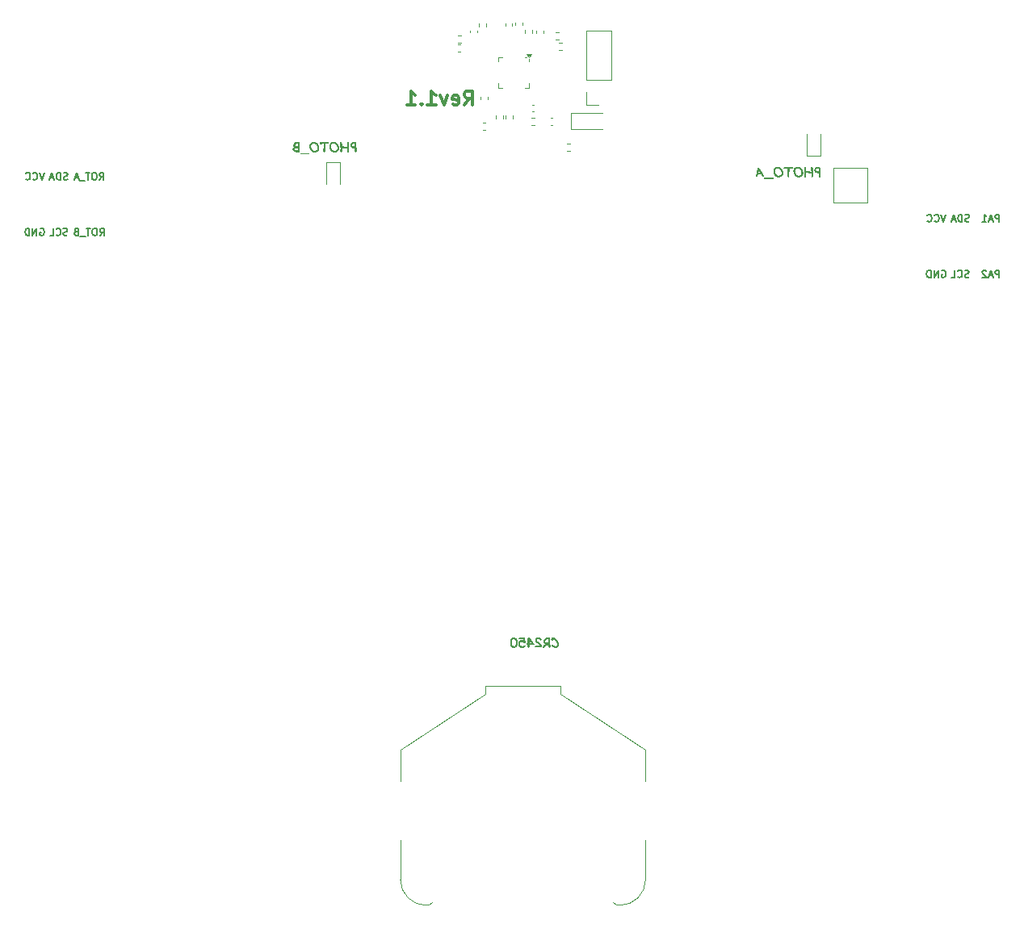
<source format=gbr>
%TF.GenerationSoftware,KiCad,Pcbnew,8.0.8*%
%TF.CreationDate,2025-02-28T00:57:09-06:00*%
%TF.ProjectId,B-Sides 2025,422d5369-6465-4732-9032-3032352e6b69,rev?*%
%TF.SameCoordinates,Original*%
%TF.FileFunction,Legend,Bot*%
%TF.FilePolarity,Positive*%
%FSLAX46Y46*%
G04 Gerber Fmt 4.6, Leading zero omitted, Abs format (unit mm)*
G04 Created by KiCad (PCBNEW 8.0.8) date 2025-02-28 00:57:09*
%MOMM*%
%LPD*%
G01*
G04 APERTURE LIST*
%ADD10C,0.300000*%
%ADD11C,0.250000*%
%ADD12C,0.150000*%
%ADD13C,0.120000*%
G04 APERTURE END LIST*
D10*
X103248346Y-61780828D02*
X103748346Y-61066542D01*
X104105489Y-61780828D02*
X104105489Y-60280828D01*
X104105489Y-60280828D02*
X103534060Y-60280828D01*
X103534060Y-60280828D02*
X103391203Y-60352257D01*
X103391203Y-60352257D02*
X103319774Y-60423685D01*
X103319774Y-60423685D02*
X103248346Y-60566542D01*
X103248346Y-60566542D02*
X103248346Y-60780828D01*
X103248346Y-60780828D02*
X103319774Y-60923685D01*
X103319774Y-60923685D02*
X103391203Y-60995114D01*
X103391203Y-60995114D02*
X103534060Y-61066542D01*
X103534060Y-61066542D02*
X104105489Y-61066542D01*
X102034060Y-61709400D02*
X102176917Y-61780828D01*
X102176917Y-61780828D02*
X102462632Y-61780828D01*
X102462632Y-61780828D02*
X102605489Y-61709400D01*
X102605489Y-61709400D02*
X102676917Y-61566542D01*
X102676917Y-61566542D02*
X102676917Y-60995114D01*
X102676917Y-60995114D02*
X102605489Y-60852257D01*
X102605489Y-60852257D02*
X102462632Y-60780828D01*
X102462632Y-60780828D02*
X102176917Y-60780828D01*
X102176917Y-60780828D02*
X102034060Y-60852257D01*
X102034060Y-60852257D02*
X101962632Y-60995114D01*
X101962632Y-60995114D02*
X101962632Y-61137971D01*
X101962632Y-61137971D02*
X102676917Y-61280828D01*
X101462632Y-60780828D02*
X101105489Y-61780828D01*
X101105489Y-61780828D02*
X100748346Y-60780828D01*
X99391203Y-61780828D02*
X100248346Y-61780828D01*
X99819775Y-61780828D02*
X99819775Y-60280828D01*
X99819775Y-60280828D02*
X99962632Y-60495114D01*
X99962632Y-60495114D02*
X100105489Y-60637971D01*
X100105489Y-60637971D02*
X100248346Y-60709400D01*
X98748347Y-61637971D02*
X98676918Y-61709400D01*
X98676918Y-61709400D02*
X98748347Y-61780828D01*
X98748347Y-61780828D02*
X98819775Y-61709400D01*
X98819775Y-61709400D02*
X98748347Y-61637971D01*
X98748347Y-61637971D02*
X98748347Y-61780828D01*
X97248346Y-61780828D02*
X98105489Y-61780828D01*
X97676918Y-61780828D02*
X97676918Y-60280828D01*
X97676918Y-60280828D02*
X97819775Y-60495114D01*
X97819775Y-60495114D02*
X97962632Y-60637971D01*
X97962632Y-60637971D02*
X98105489Y-60709400D01*
D11*
G36*
X140367614Y-68247752D02*
G01*
X140416503Y-68250230D01*
X140431347Y-68251449D01*
X140480983Y-68259511D01*
X140498799Y-68259725D01*
X140545625Y-68284035D01*
X140569175Y-68329620D01*
X140578723Y-68379057D01*
X140581367Y-68430237D01*
X140582272Y-68481019D01*
X140583978Y-68532750D01*
X140586056Y-68581645D01*
X140588729Y-68635800D01*
X140591999Y-68695214D01*
X140595045Y-68746531D01*
X140597489Y-68784741D01*
X140601029Y-68844427D01*
X140603901Y-68899116D01*
X140606465Y-68958146D01*
X140608068Y-69009981D01*
X140608722Y-69061360D01*
X140608722Y-69252847D01*
X140607120Y-69270386D01*
X140583077Y-69315129D01*
X140565608Y-69328910D01*
X140518108Y-69341263D01*
X140497208Y-69339079D01*
X140453628Y-69313663D01*
X140440233Y-69295364D01*
X140428227Y-69247718D01*
X140428223Y-69233343D01*
X140428126Y-69178398D01*
X140427899Y-69127536D01*
X140427432Y-69069702D01*
X140426763Y-69018247D01*
X140425693Y-68964924D01*
X140424075Y-68914326D01*
X140415766Y-68915199D01*
X140366434Y-68919211D01*
X140324374Y-68917833D01*
X140273893Y-68912236D01*
X140225737Y-68902334D01*
X140171020Y-68884769D01*
X140119652Y-68861004D01*
X140071632Y-68831039D01*
X140031455Y-68797976D01*
X139998088Y-68761525D01*
X139967035Y-68713314D01*
X139945789Y-68660226D01*
X139935575Y-68612260D01*
X139932300Y-68562861D01*
X140112909Y-68562861D01*
X140121827Y-68612512D01*
X140148581Y-68655005D01*
X140188381Y-68687424D01*
X140216221Y-68702448D01*
X140262780Y-68719156D01*
X140315097Y-68728869D01*
X140366434Y-68731632D01*
X140413084Y-68726748D01*
X140409048Y-68676859D01*
X140405251Y-68625211D01*
X140402114Y-68574828D01*
X140399895Y-68520607D01*
X140399478Y-68485305D01*
X140399162Y-68436343D01*
X140370830Y-68434877D01*
X140331995Y-68434633D01*
X140282965Y-68438354D01*
X140231788Y-68451042D01*
X140183496Y-68472735D01*
X140170881Y-68480209D01*
X140130556Y-68514928D01*
X140112909Y-68562861D01*
X139932300Y-68562861D01*
X139932170Y-68560907D01*
X139932298Y-68552490D01*
X139938446Y-68503672D01*
X139957274Y-68450364D01*
X139983404Y-68407797D01*
X140018755Y-68368115D01*
X140063328Y-68331318D01*
X140078169Y-68321115D01*
X140123458Y-68294453D01*
X140169897Y-68273716D01*
X140217487Y-68258904D01*
X140266228Y-68250017D01*
X140316120Y-68247055D01*
X140367614Y-68247752D01*
G37*
G36*
X138873377Y-68357208D02*
G01*
X138884240Y-68406754D01*
X138887299Y-68444403D01*
X138890291Y-68494251D01*
X138891207Y-68503998D01*
X138894695Y-68553914D01*
X138894870Y-68563349D01*
X138895679Y-68615826D01*
X138897542Y-68669881D01*
X138899739Y-68718843D01*
X138901709Y-68757522D01*
X138904374Y-68810702D01*
X138906618Y-68864065D01*
X138908121Y-68914647D01*
X138908548Y-68951207D01*
X138907298Y-69000270D01*
X138904637Y-69049147D01*
X138900976Y-69101416D01*
X138897316Y-69153548D01*
X138894470Y-69206612D01*
X138893405Y-69251137D01*
X138907284Y-69299501D01*
X138920272Y-69315129D01*
X138963111Y-69338710D01*
X138986706Y-69341263D01*
X139035187Y-69330323D01*
X139056803Y-69315861D01*
X139084019Y-69273543D01*
X139086357Y-69253824D01*
X139087245Y-69200950D01*
X139088967Y-69151562D01*
X139090997Y-69105080D01*
X139093123Y-69053242D01*
X139094776Y-69000590D01*
X139095394Y-68956580D01*
X139094701Y-68907454D01*
X139093928Y-68887948D01*
X139143578Y-68891065D01*
X139198066Y-68896356D01*
X139248622Y-68902622D01*
X139302732Y-68910484D01*
X139360397Y-68919944D01*
X139409856Y-68928487D01*
X139459316Y-68937083D01*
X139508775Y-68945729D01*
X139558234Y-68954428D01*
X139607693Y-68963178D01*
X139624180Y-68966106D01*
X139626771Y-69015273D01*
X139630225Y-69064016D01*
X139633949Y-69111186D01*
X139637556Y-69163884D01*
X139639980Y-69214524D01*
X139640788Y-69257487D01*
X139655901Y-69304061D01*
X139667655Y-69316838D01*
X139712738Y-69339331D01*
X139734089Y-69341263D01*
X139782932Y-69329257D01*
X139801011Y-69315861D01*
X139825528Y-69273417D01*
X139827634Y-69253579D01*
X139826220Y-69199326D01*
X139823415Y-69149936D01*
X139819733Y-69099857D01*
X139815666Y-69051835D01*
X139811003Y-68996266D01*
X139807485Y-68947102D01*
X139804645Y-68893303D01*
X139803698Y-68850090D01*
X139803370Y-68795048D01*
X139802660Y-68742807D01*
X139801736Y-68691461D01*
X139800519Y-68634054D01*
X139799546Y-68592414D01*
X139798350Y-68540721D01*
X139797182Y-68484278D01*
X139796306Y-68433932D01*
X139795653Y-68382899D01*
X139795394Y-68334738D01*
X139781641Y-68287652D01*
X139768771Y-68272456D01*
X139725596Y-68249535D01*
X139701849Y-68247055D01*
X139653342Y-68259292D01*
X139635415Y-68272944D01*
X139610673Y-68315740D01*
X139608548Y-68335715D01*
X139609193Y-68386133D01*
X139610567Y-68436546D01*
X139612456Y-68490565D01*
X139614227Y-68544465D01*
X139615515Y-68594793D01*
X139616120Y-68645170D01*
X139619423Y-68695866D01*
X139620760Y-68710139D01*
X139624106Y-68759757D01*
X139624180Y-68778527D01*
X139360397Y-68730900D01*
X139303923Y-68721715D01*
X139250454Y-68714127D01*
X139199990Y-68708136D01*
X139144914Y-68703166D01*
X139093928Y-68700369D01*
X139091648Y-68650446D01*
X139089747Y-68599562D01*
X139087838Y-68544115D01*
X139086050Y-68489566D01*
X139084891Y-68453196D01*
X139078119Y-68403828D01*
X139063236Y-68356750D01*
X139052651Y-68331563D01*
X139027659Y-68286998D01*
X138989224Y-68252336D01*
X138965457Y-68247055D01*
X138917433Y-68259546D01*
X138900976Y-68271235D01*
X138873648Y-68313287D01*
X138870690Y-68336448D01*
X138873377Y-68357208D01*
G37*
G36*
X138244323Y-68247271D02*
G01*
X138304668Y-68252469D01*
X138362349Y-68264597D01*
X138417367Y-68283656D01*
X138469721Y-68309645D01*
X138519411Y-68342564D01*
X138566437Y-68382414D01*
X138610800Y-68429194D01*
X138642323Y-68468827D01*
X138676613Y-68518821D01*
X138706330Y-68570127D01*
X138731476Y-68622746D01*
X138752049Y-68676678D01*
X138768051Y-68731922D01*
X138779481Y-68788480D01*
X138786339Y-68846350D01*
X138788625Y-68905533D01*
X138788029Y-68930671D01*
X138781332Y-68990945D01*
X138767192Y-69047545D01*
X138745611Y-69100473D01*
X138716588Y-69149727D01*
X138680124Y-69195307D01*
X138636217Y-69237215D01*
X138608894Y-69258603D01*
X138560990Y-69289575D01*
X138510129Y-69314703D01*
X138456309Y-69333987D01*
X138399533Y-69347427D01*
X138339798Y-69355024D01*
X138289881Y-69356894D01*
X138274357Y-69356675D01*
X138214107Y-69351408D01*
X138156811Y-69339120D01*
X138102469Y-69319809D01*
X138051081Y-69293477D01*
X138002646Y-69260122D01*
X137957166Y-69219746D01*
X137914639Y-69172348D01*
X137884682Y-69132191D01*
X137853140Y-69082884D01*
X137825804Y-69032173D01*
X137802674Y-68980058D01*
X137783749Y-68926538D01*
X137769029Y-68871614D01*
X137758515Y-68815286D01*
X137752207Y-68757553D01*
X137750104Y-68698415D01*
X137750129Y-68697438D01*
X137945010Y-68697438D01*
X137945373Y-68719605D01*
X137949451Y-68773704D01*
X137958062Y-68825918D01*
X137971204Y-68876248D01*
X137988878Y-68924693D01*
X138011084Y-68971254D01*
X138037822Y-69015931D01*
X138057178Y-69043343D01*
X138091403Y-69083037D01*
X138135716Y-69120784D01*
X138183567Y-69147746D01*
X138234955Y-69163923D01*
X138289881Y-69169316D01*
X138305919Y-69169038D01*
X138359317Y-69163694D01*
X138408461Y-69151547D01*
X138459416Y-69129336D01*
X138504815Y-69098241D01*
X138510269Y-69093588D01*
X138547673Y-69053253D01*
X138573994Y-69007393D01*
X138589232Y-68956006D01*
X138593475Y-68906510D01*
X138593075Y-68884773D01*
X138588578Y-68831497D01*
X138579083Y-68779748D01*
X138564592Y-68729526D01*
X138545104Y-68680830D01*
X138520619Y-68633661D01*
X138491137Y-68588018D01*
X138463156Y-68552068D01*
X138426248Y-68513872D01*
X138387193Y-68483165D01*
X138337493Y-68456203D01*
X138284702Y-68440026D01*
X138228820Y-68434633D01*
X138209502Y-68434850D01*
X138156036Y-68438098D01*
X138102167Y-68446815D01*
X138051822Y-68463275D01*
X138009490Y-68490076D01*
X138001682Y-68497698D01*
X137972779Y-68540806D01*
X137955652Y-68591223D01*
X137947277Y-68644679D01*
X137945010Y-68697438D01*
X137750129Y-68697438D01*
X137751156Y-68657051D01*
X137755831Y-68604996D01*
X137766934Y-68544909D01*
X137783881Y-68490355D01*
X137806671Y-68441335D01*
X137835305Y-68397848D01*
X137869783Y-68359895D01*
X137910040Y-68327387D01*
X137956165Y-68300389D01*
X138008157Y-68278901D01*
X138066017Y-68262923D01*
X138116530Y-68254107D01*
X138170797Y-68248818D01*
X138228820Y-68247055D01*
X138244323Y-68247271D01*
G37*
G36*
X136821981Y-68481528D02*
G01*
X136875317Y-68480157D01*
X136929785Y-68477238D01*
X136981775Y-68473734D01*
X136988799Y-68473224D01*
X137040273Y-68469743D01*
X137090445Y-68467141D01*
X137140642Y-68465850D01*
X137155861Y-68465896D01*
X137153307Y-68521673D01*
X137149877Y-68578920D01*
X137145933Y-68637644D01*
X137141938Y-68693389D01*
X137138278Y-68742442D01*
X137137299Y-68755324D01*
X137133147Y-68810919D01*
X137129700Y-68862757D01*
X137126491Y-68920005D01*
X137124296Y-68971842D01*
X137123015Y-69025483D01*
X137122889Y-69046217D01*
X137120141Y-69095814D01*
X137118004Y-69118269D01*
X137113806Y-69168644D01*
X137113119Y-69190076D01*
X137118614Y-69240879D01*
X137135101Y-69286308D01*
X137166746Y-69325753D01*
X137215457Y-69341263D01*
X137263355Y-69329487D01*
X137282379Y-69316350D01*
X137310085Y-69275802D01*
X137314619Y-69246252D01*
X137311200Y-69215966D01*
X137307536Y-69184703D01*
X137309172Y-69133751D01*
X137312177Y-69085296D01*
X137315182Y-69033311D01*
X137316573Y-68985157D01*
X137317474Y-68932934D01*
X137319739Y-68880303D01*
X137322779Y-68830036D01*
X137326832Y-68775013D01*
X137330983Y-68725526D01*
X137335834Y-68669600D01*
X137340004Y-68619362D01*
X137344112Y-68566585D01*
X137347666Y-68515366D01*
X137350279Y-68465896D01*
X137385938Y-68465896D01*
X137441150Y-68465347D01*
X137491932Y-68463698D01*
X137545577Y-68460385D01*
X137599501Y-68454768D01*
X137629204Y-68450265D01*
X137675641Y-68428386D01*
X137702729Y-68383673D01*
X137705408Y-68358185D01*
X137692664Y-68310359D01*
X137680739Y-68293705D01*
X137640143Y-68266156D01*
X137605024Y-68262686D01*
X137554988Y-68267150D01*
X137506263Y-68272489D01*
X137495847Y-68273677D01*
X137444952Y-68278421D01*
X137394042Y-68280940D01*
X137385938Y-68281004D01*
X137333609Y-68280699D01*
X137280818Y-68280069D01*
X137260642Y-68279783D01*
X137208120Y-68278949D01*
X137158701Y-68278409D01*
X137135101Y-68278318D01*
X137084165Y-68278318D01*
X137033189Y-68278318D01*
X136978541Y-68278318D01*
X136929555Y-68278318D01*
X136877553Y-68278318D01*
X136828689Y-68278318D01*
X136821981Y-68278318D01*
X136773591Y-68290940D01*
X136752861Y-68307627D01*
X136728307Y-68351665D01*
X136725017Y-68379434D01*
X136735893Y-68427806D01*
X136752861Y-68451974D01*
X136795191Y-68478036D01*
X136821981Y-68481528D01*
G37*
G36*
X136152627Y-68247271D02*
G01*
X136212972Y-68252469D01*
X136270653Y-68264597D01*
X136325671Y-68283656D01*
X136378025Y-68309645D01*
X136427715Y-68342564D01*
X136474741Y-68382414D01*
X136519104Y-68429194D01*
X136550628Y-68468827D01*
X136584917Y-68518821D01*
X136614634Y-68570127D01*
X136639780Y-68622746D01*
X136660354Y-68676678D01*
X136676355Y-68731922D01*
X136687785Y-68788480D01*
X136694643Y-68846350D01*
X136696929Y-68905533D01*
X136696334Y-68930671D01*
X136689636Y-68990945D01*
X136675497Y-69047545D01*
X136653916Y-69100473D01*
X136624893Y-69149727D01*
X136588428Y-69195307D01*
X136544521Y-69237215D01*
X136517199Y-69258603D01*
X136469295Y-69289575D01*
X136418433Y-69314703D01*
X136364614Y-69333987D01*
X136307837Y-69347427D01*
X136248102Y-69355024D01*
X136198185Y-69356894D01*
X136182661Y-69356675D01*
X136122411Y-69351408D01*
X136065115Y-69339120D01*
X136010773Y-69319809D01*
X135959385Y-69293477D01*
X135910951Y-69260122D01*
X135865470Y-69219746D01*
X135822943Y-69172348D01*
X135792986Y-69132191D01*
X135761445Y-69082884D01*
X135734108Y-69032173D01*
X135710978Y-68980058D01*
X135692053Y-68926538D01*
X135677333Y-68871614D01*
X135666820Y-68815286D01*
X135660511Y-68757553D01*
X135658408Y-68698415D01*
X135658433Y-68697438D01*
X135853314Y-68697438D01*
X135853677Y-68719605D01*
X135857755Y-68773704D01*
X135866366Y-68825918D01*
X135879508Y-68876248D01*
X135897183Y-68924693D01*
X135919389Y-68971254D01*
X135946127Y-69015931D01*
X135965482Y-69043343D01*
X135999707Y-69083037D01*
X136044020Y-69120784D01*
X136091871Y-69147746D01*
X136143259Y-69163923D01*
X136198185Y-69169316D01*
X136214223Y-69169038D01*
X136267621Y-69163694D01*
X136316765Y-69151547D01*
X136367720Y-69129336D01*
X136413119Y-69098241D01*
X136418574Y-69093588D01*
X136455977Y-69053253D01*
X136482298Y-69007393D01*
X136497536Y-68956006D01*
X136501779Y-68906510D01*
X136501379Y-68884773D01*
X136496882Y-68831497D01*
X136487388Y-68779748D01*
X136472897Y-68729526D01*
X136453408Y-68680830D01*
X136428923Y-68633661D01*
X136399441Y-68588018D01*
X136371460Y-68552068D01*
X136334552Y-68513872D01*
X136295497Y-68483165D01*
X136245797Y-68456203D01*
X136193006Y-68440026D01*
X136137124Y-68434633D01*
X136117806Y-68434850D01*
X136064340Y-68438098D01*
X136010471Y-68446815D01*
X135960127Y-68463275D01*
X135917794Y-68490076D01*
X135909986Y-68497698D01*
X135881083Y-68540806D01*
X135863956Y-68591223D01*
X135855581Y-68644679D01*
X135853314Y-68697438D01*
X135658433Y-68697438D01*
X135659460Y-68657051D01*
X135664135Y-68604996D01*
X135675238Y-68544909D01*
X135692185Y-68490355D01*
X135714975Y-68441335D01*
X135743610Y-68397848D01*
X135778087Y-68359895D01*
X135818345Y-68327387D01*
X135864469Y-68300389D01*
X135916461Y-68278901D01*
X135974321Y-68262923D01*
X136024834Y-68254107D01*
X136079101Y-68248818D01*
X136137124Y-68247055D01*
X136152627Y-68247271D01*
G37*
G36*
X135672086Y-69544473D02*
G01*
X135672086Y-69419420D01*
X134684368Y-69419420D01*
X134684368Y-69544473D01*
X135672086Y-69544473D01*
G37*
G36*
X134108961Y-68300312D02*
G01*
X134147414Y-68336960D01*
X134179819Y-68376407D01*
X134210380Y-68417127D01*
X134245063Y-68465991D01*
X134273780Y-68507983D01*
X134304815Y-68554556D01*
X134334387Y-68599676D01*
X134363265Y-68644422D01*
X134391448Y-68688795D01*
X134418937Y-68732793D01*
X134445731Y-68776417D01*
X134471831Y-68819667D01*
X134497236Y-68862543D01*
X134521946Y-68905045D01*
X134555954Y-68918054D01*
X134588625Y-68956580D01*
X134580321Y-68996392D01*
X134598260Y-69032929D01*
X134624238Y-69087281D01*
X134645315Y-69133451D01*
X134666588Y-69184344D01*
X134680704Y-69234284D01*
X134677771Y-69257807D01*
X134650662Y-69299986D01*
X134630994Y-69313510D01*
X134582519Y-69325631D01*
X134534830Y-69313785D01*
X134498743Y-69278248D01*
X134479876Y-69242940D01*
X134454322Y-69194270D01*
X134432065Y-69150753D01*
X134410266Y-69106495D01*
X134388834Y-69059895D01*
X134373573Y-69056292D01*
X134323457Y-69047015D01*
X134273567Y-69040111D01*
X134222505Y-69034494D01*
X134208317Y-69033150D01*
X134156621Y-69027777D01*
X134108134Y-69021732D01*
X134056175Y-69013000D01*
X134046097Y-69051526D01*
X134031512Y-69100222D01*
X134013533Y-69151355D01*
X133993893Y-69198625D01*
X133983596Y-69220990D01*
X133959618Y-69264761D01*
X133928893Y-69303727D01*
X133884717Y-69325631D01*
X133861843Y-69323804D01*
X133817062Y-69300474D01*
X133801219Y-69282442D01*
X133787020Y-69234040D01*
X133794825Y-69191519D01*
X133811688Y-69145624D01*
X133829508Y-69102908D01*
X133846859Y-69055498D01*
X133861655Y-68992888D01*
X133875878Y-68932064D01*
X133889529Y-68873026D01*
X133893262Y-68856685D01*
X134095498Y-68856685D01*
X134142553Y-68860196D01*
X134192219Y-68863035D01*
X134239679Y-68866216D01*
X134288450Y-68872316D01*
X134276854Y-68852973D01*
X134249239Y-68806870D01*
X134223592Y-68763987D01*
X134195414Y-68716778D01*
X134166120Y-68667560D01*
X134140683Y-68624654D01*
X134135389Y-68650972D01*
X134125457Y-68700775D01*
X134114977Y-68754103D01*
X134105689Y-68802288D01*
X134095498Y-68856685D01*
X133893262Y-68856685D01*
X133902608Y-68815774D01*
X133915114Y-68760308D01*
X133927047Y-68706628D01*
X133938408Y-68654734D01*
X133949197Y-68604626D01*
X133951029Y-68595539D01*
X133961367Y-68544030D01*
X133972017Y-68490470D01*
X133982329Y-68437874D01*
X133992428Y-68385052D01*
X134008258Y-68345194D01*
X134043738Y-68306761D01*
X134093300Y-68293949D01*
X134108961Y-68300312D01*
G37*
G36*
X91717614Y-65637752D02*
G01*
X91766503Y-65640230D01*
X91781347Y-65641449D01*
X91830983Y-65649511D01*
X91848799Y-65649725D01*
X91895625Y-65674035D01*
X91919175Y-65719620D01*
X91928723Y-65769057D01*
X91931367Y-65820237D01*
X91932272Y-65871019D01*
X91933978Y-65922750D01*
X91936056Y-65971645D01*
X91938729Y-66025800D01*
X91941999Y-66085214D01*
X91945045Y-66136531D01*
X91947489Y-66174741D01*
X91951029Y-66234427D01*
X91953901Y-66289116D01*
X91956465Y-66348146D01*
X91958068Y-66399981D01*
X91958722Y-66451360D01*
X91958722Y-66642847D01*
X91957120Y-66660386D01*
X91933077Y-66705129D01*
X91915608Y-66718910D01*
X91868108Y-66731263D01*
X91847208Y-66729079D01*
X91803628Y-66703663D01*
X91790233Y-66685364D01*
X91778227Y-66637718D01*
X91778223Y-66623343D01*
X91778126Y-66568398D01*
X91777899Y-66517536D01*
X91777432Y-66459702D01*
X91776763Y-66408247D01*
X91775693Y-66354924D01*
X91774075Y-66304326D01*
X91765766Y-66305199D01*
X91716434Y-66309211D01*
X91674374Y-66307833D01*
X91623893Y-66302236D01*
X91575737Y-66292334D01*
X91521020Y-66274769D01*
X91469652Y-66251004D01*
X91421632Y-66221039D01*
X91381455Y-66187976D01*
X91348088Y-66151525D01*
X91317035Y-66103314D01*
X91295789Y-66050226D01*
X91285575Y-66002260D01*
X91282300Y-65952861D01*
X91462909Y-65952861D01*
X91471827Y-66002512D01*
X91498581Y-66045005D01*
X91538381Y-66077424D01*
X91566221Y-66092448D01*
X91612780Y-66109156D01*
X91665097Y-66118869D01*
X91716434Y-66121632D01*
X91763084Y-66116748D01*
X91759048Y-66066859D01*
X91755251Y-66015211D01*
X91752114Y-65964828D01*
X91749895Y-65910607D01*
X91749478Y-65875305D01*
X91749162Y-65826343D01*
X91720830Y-65824877D01*
X91681995Y-65824633D01*
X91632965Y-65828354D01*
X91581788Y-65841042D01*
X91533496Y-65862735D01*
X91520881Y-65870209D01*
X91480556Y-65904928D01*
X91462909Y-65952861D01*
X91282300Y-65952861D01*
X91282170Y-65950907D01*
X91282298Y-65942490D01*
X91288446Y-65893672D01*
X91307274Y-65840364D01*
X91333404Y-65797797D01*
X91368755Y-65758115D01*
X91413328Y-65721318D01*
X91428169Y-65711115D01*
X91473458Y-65684453D01*
X91519897Y-65663716D01*
X91567487Y-65648904D01*
X91616228Y-65640017D01*
X91666120Y-65637055D01*
X91717614Y-65637752D01*
G37*
G36*
X90223377Y-65747208D02*
G01*
X90234240Y-65796754D01*
X90237299Y-65834403D01*
X90240291Y-65884251D01*
X90241207Y-65893998D01*
X90244695Y-65943914D01*
X90244870Y-65953349D01*
X90245679Y-66005826D01*
X90247542Y-66059881D01*
X90249739Y-66108843D01*
X90251709Y-66147522D01*
X90254374Y-66200702D01*
X90256618Y-66254065D01*
X90258121Y-66304647D01*
X90258548Y-66341207D01*
X90257298Y-66390270D01*
X90254637Y-66439147D01*
X90250976Y-66491416D01*
X90247316Y-66543548D01*
X90244470Y-66596612D01*
X90243405Y-66641137D01*
X90257284Y-66689501D01*
X90270272Y-66705129D01*
X90313111Y-66728710D01*
X90336706Y-66731263D01*
X90385187Y-66720323D01*
X90406803Y-66705861D01*
X90434019Y-66663543D01*
X90436357Y-66643824D01*
X90437245Y-66590950D01*
X90438967Y-66541562D01*
X90440997Y-66495080D01*
X90443123Y-66443242D01*
X90444776Y-66390590D01*
X90445394Y-66346580D01*
X90444701Y-66297454D01*
X90443928Y-66277948D01*
X90493578Y-66281065D01*
X90548066Y-66286356D01*
X90598622Y-66292622D01*
X90652732Y-66300484D01*
X90710397Y-66309944D01*
X90759856Y-66318487D01*
X90809316Y-66327083D01*
X90858775Y-66335729D01*
X90908234Y-66344428D01*
X90957693Y-66353178D01*
X90974180Y-66356106D01*
X90976771Y-66405273D01*
X90980225Y-66454016D01*
X90983949Y-66501186D01*
X90987556Y-66553884D01*
X90989980Y-66604524D01*
X90990788Y-66647487D01*
X91005901Y-66694061D01*
X91017655Y-66706838D01*
X91062738Y-66729331D01*
X91084089Y-66731263D01*
X91132932Y-66719257D01*
X91151011Y-66705861D01*
X91175528Y-66663417D01*
X91177634Y-66643579D01*
X91176220Y-66589326D01*
X91173415Y-66539936D01*
X91169733Y-66489857D01*
X91165666Y-66441835D01*
X91161003Y-66386266D01*
X91157485Y-66337102D01*
X91154645Y-66283303D01*
X91153698Y-66240090D01*
X91153370Y-66185048D01*
X91152660Y-66132807D01*
X91151736Y-66081461D01*
X91150519Y-66024054D01*
X91149546Y-65982414D01*
X91148350Y-65930721D01*
X91147182Y-65874278D01*
X91146306Y-65823932D01*
X91145653Y-65772899D01*
X91145394Y-65724738D01*
X91131641Y-65677652D01*
X91118771Y-65662456D01*
X91075596Y-65639535D01*
X91051849Y-65637055D01*
X91003342Y-65649292D01*
X90985415Y-65662944D01*
X90960673Y-65705740D01*
X90958548Y-65725715D01*
X90959193Y-65776133D01*
X90960567Y-65826546D01*
X90962456Y-65880565D01*
X90964227Y-65934465D01*
X90965515Y-65984793D01*
X90966120Y-66035170D01*
X90969423Y-66085866D01*
X90970760Y-66100139D01*
X90974106Y-66149757D01*
X90974180Y-66168527D01*
X90710397Y-66120900D01*
X90653923Y-66111715D01*
X90600454Y-66104127D01*
X90549990Y-66098136D01*
X90494914Y-66093166D01*
X90443928Y-66090369D01*
X90441648Y-66040446D01*
X90439747Y-65989562D01*
X90437838Y-65934115D01*
X90436050Y-65879566D01*
X90434891Y-65843196D01*
X90428119Y-65793828D01*
X90413236Y-65746750D01*
X90402651Y-65721563D01*
X90377659Y-65676998D01*
X90339224Y-65642336D01*
X90315457Y-65637055D01*
X90267433Y-65649546D01*
X90250976Y-65661235D01*
X90223648Y-65703287D01*
X90220690Y-65726448D01*
X90223377Y-65747208D01*
G37*
G36*
X89594323Y-65637271D02*
G01*
X89654668Y-65642469D01*
X89712349Y-65654597D01*
X89767367Y-65673656D01*
X89819721Y-65699645D01*
X89869411Y-65732564D01*
X89916437Y-65772414D01*
X89960800Y-65819194D01*
X89992323Y-65858827D01*
X90026613Y-65908821D01*
X90056330Y-65960127D01*
X90081476Y-66012746D01*
X90102049Y-66066678D01*
X90118051Y-66121922D01*
X90129481Y-66178480D01*
X90136339Y-66236350D01*
X90138625Y-66295533D01*
X90138029Y-66320671D01*
X90131332Y-66380945D01*
X90117192Y-66437545D01*
X90095611Y-66490473D01*
X90066588Y-66539727D01*
X90030124Y-66585307D01*
X89986217Y-66627215D01*
X89958894Y-66648603D01*
X89910990Y-66679575D01*
X89860129Y-66704703D01*
X89806309Y-66723987D01*
X89749533Y-66737427D01*
X89689798Y-66745024D01*
X89639881Y-66746894D01*
X89624357Y-66746675D01*
X89564107Y-66741408D01*
X89506811Y-66729120D01*
X89452469Y-66709809D01*
X89401081Y-66683477D01*
X89352646Y-66650122D01*
X89307166Y-66609746D01*
X89264639Y-66562348D01*
X89234682Y-66522191D01*
X89203140Y-66472884D01*
X89175804Y-66422173D01*
X89152674Y-66370058D01*
X89133749Y-66316538D01*
X89119029Y-66261614D01*
X89108515Y-66205286D01*
X89102207Y-66147553D01*
X89100104Y-66088415D01*
X89100129Y-66087438D01*
X89295010Y-66087438D01*
X89295373Y-66109605D01*
X89299451Y-66163704D01*
X89308062Y-66215918D01*
X89321204Y-66266248D01*
X89338878Y-66314693D01*
X89361084Y-66361254D01*
X89387822Y-66405931D01*
X89407178Y-66433343D01*
X89441403Y-66473037D01*
X89485716Y-66510784D01*
X89533567Y-66537746D01*
X89584955Y-66553923D01*
X89639881Y-66559316D01*
X89655919Y-66559038D01*
X89709317Y-66553694D01*
X89758461Y-66541547D01*
X89809416Y-66519336D01*
X89854815Y-66488241D01*
X89860269Y-66483588D01*
X89897673Y-66443253D01*
X89923994Y-66397393D01*
X89939232Y-66346006D01*
X89943475Y-66296510D01*
X89943075Y-66274773D01*
X89938578Y-66221497D01*
X89929083Y-66169748D01*
X89914592Y-66119526D01*
X89895104Y-66070830D01*
X89870619Y-66023661D01*
X89841137Y-65978018D01*
X89813156Y-65942068D01*
X89776248Y-65903872D01*
X89737193Y-65873165D01*
X89687493Y-65846203D01*
X89634702Y-65830026D01*
X89578820Y-65824633D01*
X89559502Y-65824850D01*
X89506036Y-65828098D01*
X89452167Y-65836815D01*
X89401822Y-65853275D01*
X89359490Y-65880076D01*
X89351682Y-65887698D01*
X89322779Y-65930806D01*
X89305652Y-65981223D01*
X89297277Y-66034679D01*
X89295010Y-66087438D01*
X89100129Y-66087438D01*
X89101156Y-66047051D01*
X89105831Y-65994996D01*
X89116934Y-65934909D01*
X89133881Y-65880355D01*
X89156671Y-65831335D01*
X89185305Y-65787848D01*
X89219783Y-65749895D01*
X89260040Y-65717387D01*
X89306165Y-65690389D01*
X89358157Y-65668901D01*
X89416017Y-65652923D01*
X89466530Y-65644107D01*
X89520797Y-65638818D01*
X89578820Y-65637055D01*
X89594323Y-65637271D01*
G37*
G36*
X88171981Y-65871528D02*
G01*
X88225317Y-65870157D01*
X88279785Y-65867238D01*
X88331775Y-65863734D01*
X88338799Y-65863224D01*
X88390273Y-65859743D01*
X88440445Y-65857141D01*
X88490642Y-65855850D01*
X88505861Y-65855896D01*
X88503307Y-65911673D01*
X88499877Y-65968920D01*
X88495933Y-66027644D01*
X88491938Y-66083389D01*
X88488278Y-66132442D01*
X88487299Y-66145324D01*
X88483147Y-66200919D01*
X88479700Y-66252757D01*
X88476491Y-66310005D01*
X88474296Y-66361842D01*
X88473015Y-66415483D01*
X88472889Y-66436217D01*
X88470141Y-66485814D01*
X88468004Y-66508269D01*
X88463806Y-66558644D01*
X88463119Y-66580076D01*
X88468614Y-66630879D01*
X88485101Y-66676308D01*
X88516746Y-66715753D01*
X88565457Y-66731263D01*
X88613355Y-66719487D01*
X88632379Y-66706350D01*
X88660085Y-66665802D01*
X88664619Y-66636252D01*
X88661200Y-66605966D01*
X88657536Y-66574703D01*
X88659172Y-66523751D01*
X88662177Y-66475296D01*
X88665182Y-66423311D01*
X88666573Y-66375157D01*
X88667474Y-66322934D01*
X88669739Y-66270303D01*
X88672779Y-66220036D01*
X88676832Y-66165013D01*
X88680983Y-66115526D01*
X88685834Y-66059600D01*
X88690004Y-66009362D01*
X88694112Y-65956585D01*
X88697666Y-65905366D01*
X88700279Y-65855896D01*
X88735938Y-65855896D01*
X88791150Y-65855347D01*
X88841932Y-65853698D01*
X88895577Y-65850385D01*
X88949501Y-65844768D01*
X88979204Y-65840265D01*
X89025641Y-65818386D01*
X89052729Y-65773673D01*
X89055408Y-65748185D01*
X89042664Y-65700359D01*
X89030739Y-65683705D01*
X88990143Y-65656156D01*
X88955024Y-65652686D01*
X88904988Y-65657150D01*
X88856263Y-65662489D01*
X88845847Y-65663677D01*
X88794952Y-65668421D01*
X88744042Y-65670940D01*
X88735938Y-65671004D01*
X88683609Y-65670699D01*
X88630818Y-65670069D01*
X88610642Y-65669783D01*
X88558120Y-65668949D01*
X88508701Y-65668409D01*
X88485101Y-65668318D01*
X88434165Y-65668318D01*
X88383189Y-65668318D01*
X88328541Y-65668318D01*
X88279555Y-65668318D01*
X88227553Y-65668318D01*
X88178689Y-65668318D01*
X88171981Y-65668318D01*
X88123591Y-65680940D01*
X88102861Y-65697627D01*
X88078307Y-65741665D01*
X88075017Y-65769434D01*
X88085893Y-65817806D01*
X88102861Y-65841974D01*
X88145191Y-65868036D01*
X88171981Y-65871528D01*
G37*
G36*
X87502627Y-65637271D02*
G01*
X87562972Y-65642469D01*
X87620653Y-65654597D01*
X87675671Y-65673656D01*
X87728025Y-65699645D01*
X87777715Y-65732564D01*
X87824741Y-65772414D01*
X87869104Y-65819194D01*
X87900628Y-65858827D01*
X87934917Y-65908821D01*
X87964634Y-65960127D01*
X87989780Y-66012746D01*
X88010354Y-66066678D01*
X88026355Y-66121922D01*
X88037785Y-66178480D01*
X88044643Y-66236350D01*
X88046929Y-66295533D01*
X88046334Y-66320671D01*
X88039636Y-66380945D01*
X88025497Y-66437545D01*
X88003916Y-66490473D01*
X87974893Y-66539727D01*
X87938428Y-66585307D01*
X87894521Y-66627215D01*
X87867199Y-66648603D01*
X87819295Y-66679575D01*
X87768433Y-66704703D01*
X87714614Y-66723987D01*
X87657837Y-66737427D01*
X87598102Y-66745024D01*
X87548185Y-66746894D01*
X87532661Y-66746675D01*
X87472411Y-66741408D01*
X87415115Y-66729120D01*
X87360773Y-66709809D01*
X87309385Y-66683477D01*
X87260951Y-66650122D01*
X87215470Y-66609746D01*
X87172943Y-66562348D01*
X87142986Y-66522191D01*
X87111445Y-66472884D01*
X87084108Y-66422173D01*
X87060978Y-66370058D01*
X87042053Y-66316538D01*
X87027333Y-66261614D01*
X87016820Y-66205286D01*
X87010511Y-66147553D01*
X87008408Y-66088415D01*
X87008433Y-66087438D01*
X87203314Y-66087438D01*
X87203677Y-66109605D01*
X87207755Y-66163704D01*
X87216366Y-66215918D01*
X87229508Y-66266248D01*
X87247183Y-66314693D01*
X87269389Y-66361254D01*
X87296127Y-66405931D01*
X87315482Y-66433343D01*
X87349707Y-66473037D01*
X87394020Y-66510784D01*
X87441871Y-66537746D01*
X87493259Y-66553923D01*
X87548185Y-66559316D01*
X87564223Y-66559038D01*
X87617621Y-66553694D01*
X87666765Y-66541547D01*
X87717720Y-66519336D01*
X87763119Y-66488241D01*
X87768574Y-66483588D01*
X87805977Y-66443253D01*
X87832298Y-66397393D01*
X87847536Y-66346006D01*
X87851779Y-66296510D01*
X87851379Y-66274773D01*
X87846882Y-66221497D01*
X87837388Y-66169748D01*
X87822897Y-66119526D01*
X87803408Y-66070830D01*
X87778923Y-66023661D01*
X87749441Y-65978018D01*
X87721460Y-65942068D01*
X87684552Y-65903872D01*
X87645497Y-65873165D01*
X87595797Y-65846203D01*
X87543006Y-65830026D01*
X87487124Y-65824633D01*
X87467806Y-65824850D01*
X87414340Y-65828098D01*
X87360471Y-65836815D01*
X87310127Y-65853275D01*
X87267794Y-65880076D01*
X87259986Y-65887698D01*
X87231083Y-65930806D01*
X87213956Y-65981223D01*
X87205581Y-66034679D01*
X87203314Y-66087438D01*
X87008433Y-66087438D01*
X87009460Y-66047051D01*
X87014135Y-65994996D01*
X87025238Y-65934909D01*
X87042185Y-65880355D01*
X87064975Y-65831335D01*
X87093610Y-65787848D01*
X87128087Y-65749895D01*
X87168345Y-65717387D01*
X87214469Y-65690389D01*
X87266461Y-65668901D01*
X87324321Y-65652923D01*
X87374834Y-65644107D01*
X87429101Y-65638818D01*
X87487124Y-65637055D01*
X87502627Y-65637271D01*
G37*
G36*
X87022086Y-66934473D02*
G01*
X87022086Y-66809420D01*
X86034368Y-66809420D01*
X86034368Y-66934473D01*
X87022086Y-66934473D01*
G37*
G36*
X85725729Y-65637186D02*
G01*
X85778672Y-65638815D01*
X85827979Y-65642874D01*
X85876831Y-65651953D01*
X85925833Y-65661799D01*
X85972571Y-65685557D01*
X85996999Y-65728890D01*
X86000548Y-65766092D01*
X86000418Y-65816817D01*
X85999163Y-65856995D01*
X85996999Y-65908653D01*
X85996999Y-66625261D01*
X85991638Y-66655692D01*
X85964515Y-66697557D01*
X85938766Y-66718096D01*
X85890509Y-66731263D01*
X85875311Y-66731205D01*
X85816170Y-66729826D01*
X85759670Y-66726606D01*
X85705810Y-66721548D01*
X85654592Y-66714650D01*
X85594282Y-66703441D01*
X85538099Y-66689358D01*
X85486043Y-66672400D01*
X85476969Y-66668908D01*
X85432313Y-66648357D01*
X85388850Y-66622655D01*
X85346580Y-66591800D01*
X85312714Y-66561332D01*
X85278459Y-66519665D01*
X85254812Y-66471367D01*
X85247857Y-66427424D01*
X85434508Y-66427424D01*
X85460021Y-66462476D01*
X85506904Y-66484591D01*
X85553942Y-66499476D01*
X85604996Y-66512639D01*
X85654658Y-66523553D01*
X85702929Y-66532217D01*
X85757488Y-66539482D01*
X85810153Y-66543684D01*
X85810153Y-66293579D01*
X85780039Y-66294667D01*
X85725603Y-66296407D01*
X85673596Y-66297672D01*
X85623307Y-66298220D01*
X85606877Y-66300549D01*
X85559032Y-66313986D01*
X85512177Y-66335589D01*
X85490317Y-66348457D01*
X85452547Y-66381579D01*
X85434508Y-66427424D01*
X85247857Y-66427424D01*
X85246929Y-66421563D01*
X85247157Y-66412675D01*
X85256563Y-66363694D01*
X85277085Y-66319014D01*
X85305303Y-66278681D01*
X85338991Y-66241705D01*
X85379465Y-66208361D01*
X85423517Y-66182693D01*
X85409938Y-66170454D01*
X85373083Y-66131996D01*
X85344382Y-66090125D01*
X85330450Y-66058243D01*
X85318967Y-66009722D01*
X85315660Y-65960676D01*
X85505826Y-65960676D01*
X85507675Y-65984781D01*
X85526363Y-66032962D01*
X85565177Y-66069852D01*
X85614464Y-66092487D01*
X85666832Y-66105012D01*
X85716120Y-66110886D01*
X85761380Y-66110662D01*
X85810153Y-66106001D01*
X85809420Y-65966050D01*
X85810153Y-65824633D01*
X85806187Y-65824415D01*
X85756247Y-65823556D01*
X85703663Y-65823412D01*
X85659418Y-65827896D01*
X85612567Y-65843187D01*
X85567620Y-65869330D01*
X85556577Y-65877603D01*
X85521275Y-65914148D01*
X85505826Y-65960676D01*
X85315660Y-65960676D01*
X85315561Y-65959211D01*
X85316787Y-65932658D01*
X85326593Y-65882077D01*
X85346205Y-65834862D01*
X85375623Y-65791013D01*
X85414847Y-65750529D01*
X85455024Y-65719364D01*
X85499932Y-65691392D01*
X85545630Y-65669207D01*
X85592119Y-65652809D01*
X85647353Y-65640993D01*
X85703663Y-65637055D01*
X85725729Y-65637186D01*
G37*
G36*
X112441625Y-117955317D02*
G01*
X112489524Y-117942554D01*
X112525080Y-117904266D01*
X112532972Y-117888639D01*
X112560572Y-117850781D01*
X112609430Y-117845915D01*
X112614794Y-117845896D01*
X112665554Y-117856851D01*
X112714242Y-117884981D01*
X112752962Y-117917438D01*
X112793571Y-117959633D01*
X112814584Y-117984382D01*
X112851793Y-118032357D01*
X112884041Y-118079560D01*
X112911327Y-118125993D01*
X112933653Y-118171655D01*
X112954583Y-118227649D01*
X112967761Y-118282437D01*
X112973187Y-118336022D01*
X112973342Y-118346594D01*
X112967426Y-118396919D01*
X112947476Y-118445961D01*
X112923272Y-118478729D01*
X112882755Y-118512217D01*
X112836673Y-118530249D01*
X112802861Y-118533684D01*
X112751627Y-118528601D01*
X112704119Y-118515010D01*
X112664863Y-118497536D01*
X112623143Y-118471666D01*
X112579619Y-118442291D01*
X112560572Y-118429148D01*
X112515993Y-118403202D01*
X112479483Y-118393000D01*
X112430672Y-118406149D01*
X112409385Y-118423531D01*
X112385142Y-118466633D01*
X112382519Y-118488743D01*
X112396448Y-118535932D01*
X112418178Y-118560307D01*
X112465542Y-118598031D01*
X112513112Y-118630725D01*
X112560888Y-118658389D01*
X112608871Y-118681024D01*
X112657059Y-118698628D01*
X112705454Y-118711203D01*
X112754054Y-118718748D01*
X112802861Y-118721263D01*
X112859146Y-118717218D01*
X112912049Y-118705085D01*
X112961568Y-118684864D01*
X113007704Y-118656553D01*
X113050457Y-118620155D01*
X113063956Y-118606224D01*
X113098486Y-118563342D01*
X113125872Y-118517679D01*
X113146113Y-118469233D01*
X113159211Y-118418005D01*
X113165164Y-118363994D01*
X113165561Y-118345373D01*
X113162417Y-118286537D01*
X113152983Y-118227388D01*
X113137260Y-118167927D01*
X113115247Y-118108152D01*
X113094611Y-118063116D01*
X113070436Y-118017903D01*
X113042724Y-117972515D01*
X113011475Y-117926950D01*
X112976687Y-117881210D01*
X112964305Y-117865924D01*
X112932182Y-117828823D01*
X112889143Y-117785031D01*
X112845869Y-117747726D01*
X112802357Y-117716910D01*
X112758609Y-117692581D01*
X112703591Y-117671293D01*
X112648204Y-117660142D01*
X112614794Y-117658318D01*
X112564714Y-117660123D01*
X112560083Y-117660516D01*
X112517096Y-117666378D01*
X112472197Y-117645486D01*
X112444312Y-117642686D01*
X112396226Y-117655867D01*
X112365876Y-117695411D01*
X112357850Y-117722554D01*
X112350260Y-117772333D01*
X112346688Y-117823864D01*
X112346127Y-117856399D01*
X112357392Y-117904026D01*
X112366154Y-117918436D01*
X112405251Y-117949230D01*
X112441625Y-117955317D01*
G37*
G36*
X112201478Y-117636616D02*
G01*
X112240125Y-117669553D01*
X112258491Y-117703413D01*
X112266992Y-117751618D01*
X112268457Y-118313866D01*
X112268699Y-118364879D01*
X112269214Y-118415750D01*
X112269923Y-118470181D01*
X112270513Y-118524612D01*
X112270942Y-118575483D01*
X112271144Y-118626496D01*
X112268473Y-118650162D01*
X112243789Y-118693663D01*
X112223198Y-118709376D01*
X112174912Y-118721263D01*
X112148318Y-118717770D01*
X112106524Y-118691709D01*
X112089706Y-118667689D01*
X112078925Y-118619413D01*
X112079524Y-118590590D01*
X112081062Y-118539181D01*
X112082836Y-118484695D01*
X112084722Y-118428862D01*
X112086496Y-118377369D01*
X112055486Y-118388231D01*
X112009575Y-118406445D01*
X111964390Y-118426965D01*
X111919931Y-118449791D01*
X111876197Y-118474922D01*
X111833188Y-118502358D01*
X111790905Y-118532100D01*
X111749348Y-118564148D01*
X111708516Y-118598501D01*
X111668410Y-118635160D01*
X111629030Y-118674124D01*
X111609046Y-118690739D01*
X111560886Y-118705631D01*
X111534814Y-118702139D01*
X111492254Y-118676078D01*
X111475845Y-118654403D01*
X111463433Y-118605491D01*
X111465326Y-118585837D01*
X111487369Y-118540523D01*
X111511793Y-118512443D01*
X111546273Y-118477535D01*
X111585142Y-118442843D01*
X111628400Y-118408365D01*
X111676046Y-118374102D01*
X111717323Y-118346846D01*
X111761409Y-118319727D01*
X111753791Y-118316776D01*
X111703814Y-118294952D01*
X111659704Y-118271095D01*
X111616477Y-118241339D01*
X111577006Y-118204689D01*
X111566006Y-118191686D01*
X111539499Y-118150513D01*
X111521467Y-118100958D01*
X111516060Y-118052770D01*
X111708653Y-118052770D01*
X111709368Y-118057948D01*
X111737962Y-118098688D01*
X111760585Y-118119719D01*
X111801953Y-118147292D01*
X111847947Y-118166099D01*
X111897133Y-118178147D01*
X111945934Y-118185199D01*
X112000866Y-118189229D01*
X112051325Y-118190279D01*
X112081612Y-118189790D01*
X112081612Y-117814633D01*
X112052138Y-117816572D01*
X112001256Y-117820251D01*
X111994869Y-117820979D01*
X111944444Y-117830913D01*
X111895210Y-117848144D01*
X111847167Y-117872671D01*
X111806106Y-117900118D01*
X111778031Y-117923229D01*
X111743009Y-117960778D01*
X111718170Y-118003859D01*
X111708653Y-118052770D01*
X111516060Y-118052770D01*
X111515457Y-118047397D01*
X111518035Y-118007527D01*
X111529493Y-117956278D01*
X111550118Y-117907212D01*
X111579910Y-117860329D01*
X111618869Y-117815629D01*
X111666994Y-117773111D01*
X111709104Y-117742656D01*
X111756370Y-117713428D01*
X111808792Y-117685429D01*
X111821683Y-117679261D01*
X111868280Y-117661553D01*
X111920458Y-117648234D01*
X111972191Y-117640000D01*
X111984449Y-117638916D01*
X112034553Y-117635082D01*
X112086484Y-117631231D01*
X112143405Y-117627055D01*
X112151024Y-117626648D01*
X112201478Y-117636616D01*
G37*
G36*
X110746092Y-118690000D02*
G01*
X110797096Y-118690000D01*
X110799337Y-118690000D01*
X110849053Y-118690000D01*
X110851116Y-118690000D01*
X111053105Y-118690000D01*
X111104552Y-118690000D01*
X111132240Y-118690000D01*
X111183399Y-118690000D01*
X111211863Y-118690000D01*
X111233845Y-118687313D01*
X111255826Y-118684626D01*
X111305010Y-118673571D01*
X111338189Y-118637408D01*
X111339602Y-118634312D01*
X111351022Y-118584756D01*
X111353279Y-118536859D01*
X111350556Y-118482663D01*
X111342387Y-118432487D01*
X111326381Y-118380067D01*
X111303262Y-118332897D01*
X111296371Y-118321926D01*
X111263598Y-118280275D01*
X111225048Y-118242831D01*
X111183581Y-118209580D01*
X111154221Y-118188813D01*
X111107861Y-118158222D01*
X111061592Y-118127752D01*
X111015415Y-118097405D01*
X110969330Y-118067180D01*
X110927075Y-118032195D01*
X110891491Y-117989750D01*
X110869464Y-117944680D01*
X110860886Y-117890837D01*
X110889425Y-117849485D01*
X110904117Y-117840034D01*
X110949498Y-117820214D01*
X110988625Y-117814633D01*
X111039674Y-117822021D01*
X111087836Y-117841561D01*
X111132609Y-117869588D01*
X111142742Y-117877159D01*
X111184454Y-117907384D01*
X111227507Y-117932297D01*
X111254361Y-117939685D01*
X111303866Y-117929519D01*
X111318108Y-117921612D01*
X111349183Y-117882518D01*
X111352547Y-117859330D01*
X111339094Y-117810576D01*
X111318108Y-117785812D01*
X111277915Y-117750962D01*
X111235873Y-117717777D01*
X111193102Y-117688382D01*
X111173272Y-117676636D01*
X111128210Y-117654944D01*
X111076638Y-117637949D01*
X111024139Y-117628798D01*
X110988625Y-117627055D01*
X110937708Y-117630058D01*
X110889035Y-117639069D01*
X110836156Y-117656723D01*
X110792292Y-117678607D01*
X110774180Y-117689825D01*
X110731639Y-117723238D01*
X110699547Y-117760858D01*
X110675665Y-117809004D01*
X110665429Y-117862646D01*
X110665003Y-117876915D01*
X110667563Y-117926428D01*
X110676756Y-117978921D01*
X110692636Y-118027048D01*
X110715201Y-118070810D01*
X110718492Y-118075973D01*
X110749495Y-118116526D01*
X110785514Y-118152412D01*
X110823986Y-118183824D01*
X110851116Y-118203224D01*
X110894088Y-118230411D01*
X110937028Y-118257506D01*
X110979939Y-118284511D01*
X111022819Y-118311423D01*
X111067561Y-118343663D01*
X111103785Y-118377552D01*
X111135281Y-118419172D01*
X111157080Y-118469486D01*
X111163014Y-118502421D01*
X111112726Y-118497734D01*
X111060690Y-118493777D01*
X111051639Y-118493140D01*
X110999704Y-118490982D01*
X110946515Y-118489028D01*
X110895487Y-118487540D01*
X110846343Y-118486796D01*
X110842323Y-118486789D01*
X110790839Y-118491792D01*
X110743450Y-118505395D01*
X110725331Y-118512923D01*
X110681871Y-118539863D01*
X110655126Y-118583796D01*
X110654012Y-118596210D01*
X110667134Y-118644207D01*
X110679413Y-118660446D01*
X110722474Y-118687113D01*
X110746092Y-118690000D01*
G37*
G36*
X110010550Y-117627331D02*
G01*
X110059842Y-117637015D01*
X110102789Y-117660533D01*
X110139392Y-117697885D01*
X110167271Y-117735970D01*
X110207390Y-117790857D01*
X110245470Y-117843057D01*
X110281510Y-117892569D01*
X110315512Y-117939394D01*
X110347473Y-117983530D01*
X110377396Y-118024980D01*
X110414120Y-118076065D01*
X110447219Y-118122371D01*
X110476692Y-118163900D01*
X110506756Y-118197628D01*
X110540439Y-118235464D01*
X110565425Y-118271717D01*
X110579030Y-118319483D01*
X110561584Y-118362577D01*
X110516784Y-118389043D01*
X110465092Y-118401580D01*
X110410170Y-118407239D01*
X110358478Y-118408632D01*
X110084438Y-118408632D01*
X110084438Y-118570321D01*
X110083293Y-118609302D01*
X110070348Y-118657929D01*
X110034933Y-118694928D01*
X109984787Y-118705631D01*
X109965232Y-118704120D01*
X109919574Y-118681451D01*
X109909056Y-118668430D01*
X109894905Y-118619658D01*
X109893852Y-118563879D01*
X109893379Y-118510115D01*
X109893486Y-118458366D01*
X109894173Y-118408632D01*
X109842988Y-118407784D01*
X109792568Y-118396664D01*
X109753122Y-118365279D01*
X109740300Y-118315575D01*
X109744282Y-118281341D01*
X109774005Y-118240348D01*
X109792873Y-118233006D01*
X109843817Y-118224197D01*
X109894173Y-118221053D01*
X110084438Y-118221053D01*
X110289846Y-118221053D01*
X110272786Y-118196938D01*
X110240355Y-118150929D01*
X110210176Y-118107881D01*
X110175618Y-118058236D01*
X110144579Y-118013218D01*
X110111975Y-117965304D01*
X110084438Y-117924054D01*
X110084438Y-118221053D01*
X109894173Y-118221053D01*
X109894905Y-117715226D01*
X109899032Y-117687478D01*
X109929832Y-117647327D01*
X109951449Y-117635785D01*
X109999930Y-117627055D01*
X110010550Y-117627331D01*
G37*
G36*
X109344626Y-118736894D02*
G01*
X109395471Y-118734490D01*
X109454164Y-118724723D01*
X109507455Y-118707442D01*
X109555344Y-118682648D01*
X109597830Y-118650341D01*
X109634913Y-118610520D01*
X109654570Y-118583021D01*
X109671517Y-118536172D01*
X109671667Y-118531486D01*
X109657699Y-118484627D01*
X109642114Y-118466762D01*
X109597553Y-118442519D01*
X109574703Y-118439895D01*
X109527056Y-118453286D01*
X109508757Y-118468227D01*
X109473484Y-118504391D01*
X109456734Y-118520983D01*
X109411908Y-118541320D01*
X109362032Y-118548873D01*
X109344626Y-118549316D01*
X109293931Y-118544568D01*
X109242116Y-118527878D01*
X109195828Y-118499170D01*
X109168039Y-118473356D01*
X109135216Y-118429686D01*
X109113135Y-118381110D01*
X109101797Y-118327625D01*
X109100139Y-118295792D01*
X109102825Y-118243443D01*
X109112108Y-118194613D01*
X109132000Y-118148990D01*
X109134089Y-118145826D01*
X109170480Y-118111766D01*
X109220242Y-118096779D01*
X109236915Y-118096001D01*
X109287542Y-118099612D01*
X109339848Y-118112584D01*
X109386231Y-118134989D01*
X109426691Y-118166829D01*
X109431332Y-118171472D01*
X109465815Y-118208919D01*
X109489706Y-118234242D01*
X109532940Y-118261496D01*
X109568597Y-118267948D01*
X109616894Y-118255134D01*
X109635031Y-118240837D01*
X109659997Y-118196944D01*
X109662142Y-118177090D01*
X109658009Y-118126691D01*
X109652513Y-118075056D01*
X109650418Y-118056189D01*
X109645094Y-118007451D01*
X109639438Y-117952508D01*
X109634114Y-117895343D01*
X109629922Y-117840741D01*
X109627726Y-117789670D01*
X109627704Y-117785324D01*
X109639916Y-117739651D01*
X109651884Y-117693733D01*
X109630566Y-117649679D01*
X109616957Y-117640976D01*
X109568019Y-117627721D01*
X109552233Y-117627055D01*
X109510711Y-117627055D01*
X109469190Y-117627055D01*
X109138729Y-117627055D01*
X109088235Y-117619720D01*
X109085729Y-117619239D01*
X109036959Y-117611614D01*
X109032240Y-117611423D01*
X108983971Y-117626123D01*
X108971179Y-117637557D01*
X108948911Y-117682344D01*
X108946999Y-117703991D01*
X108960005Y-117752931D01*
X108999023Y-117787889D01*
X109045356Y-117804930D01*
X109095144Y-117813123D01*
X109155094Y-117815854D01*
X109196859Y-117815366D01*
X109230076Y-117814633D01*
X109434752Y-117814633D01*
X109439482Y-117865581D01*
X109446634Y-117918223D01*
X109451849Y-117952386D01*
X109404710Y-117933152D01*
X109353175Y-117919413D01*
X109304475Y-117911900D01*
X109252409Y-117908594D01*
X109236915Y-117908422D01*
X109186740Y-117911493D01*
X109131694Y-117923286D01*
X109082281Y-117943922D01*
X109038500Y-117973403D01*
X109000353Y-118011728D01*
X108983391Y-118034207D01*
X108955316Y-118082074D01*
X108934137Y-118135060D01*
X108921472Y-118184550D01*
X108913872Y-118237802D01*
X108911339Y-118294815D01*
X108914154Y-118352299D01*
X108922597Y-118406599D01*
X108936670Y-118457714D01*
X108956372Y-118505646D01*
X108981702Y-118550393D01*
X109012662Y-118591956D01*
X109026622Y-118607690D01*
X109066135Y-118644912D01*
X109109416Y-118675825D01*
X109156467Y-118700429D01*
X109207285Y-118718725D01*
X109261873Y-118730711D01*
X109320229Y-118736389D01*
X109344626Y-118736894D01*
G37*
G36*
X108486509Y-117629833D02*
G01*
X108545729Y-117641120D01*
X108600655Y-117661088D01*
X108651287Y-117689739D01*
X108697627Y-117727072D01*
X108731607Y-117763189D01*
X108762840Y-117804863D01*
X108774907Y-117823583D01*
X108801669Y-117872028D01*
X108823565Y-117922821D01*
X108840595Y-117975964D01*
X108852759Y-118031457D01*
X108860058Y-118089299D01*
X108862491Y-118149490D01*
X108861312Y-118205632D01*
X108857774Y-118259140D01*
X108851878Y-118310015D01*
X108841191Y-118369906D01*
X108826819Y-118425682D01*
X108808762Y-118477344D01*
X108787020Y-118524891D01*
X108773739Y-118548671D01*
X108744247Y-118591627D01*
X108710846Y-118628446D01*
X108663601Y-118665841D01*
X108610249Y-118693648D01*
X108563171Y-118708989D01*
X108512185Y-118718194D01*
X108457292Y-118721263D01*
X108431597Y-118720664D01*
X108370932Y-118713935D01*
X108315372Y-118699727D01*
X108264915Y-118678042D01*
X108219563Y-118648880D01*
X108179316Y-118612240D01*
X108144173Y-118568122D01*
X108125491Y-118538065D01*
X108103440Y-118493807D01*
X108084656Y-118444772D01*
X108069139Y-118390958D01*
X108056889Y-118332366D01*
X108047906Y-118268997D01*
X108043312Y-118218334D01*
X108040555Y-118164984D01*
X108040041Y-118133614D01*
X108231856Y-118133614D01*
X108232352Y-118170243D01*
X108235382Y-118227388D01*
X108241167Y-118279656D01*
X108251746Y-118335939D01*
X108266292Y-118385198D01*
X108288276Y-118433789D01*
X108319890Y-118477493D01*
X108358557Y-118508710D01*
X108404276Y-118527441D01*
X108457048Y-118533684D01*
X108497128Y-118530208D01*
X108546349Y-118513660D01*
X108587529Y-118483485D01*
X108620667Y-118439682D01*
X108642672Y-118391290D01*
X108656457Y-118342411D01*
X108665287Y-118291979D01*
X108670457Y-118243058D01*
X108673410Y-118188881D01*
X108674180Y-118139720D01*
X108673949Y-118124360D01*
X108669504Y-118072461D01*
X108659403Y-118023461D01*
X108640932Y-117971010D01*
X108615073Y-117922344D01*
X108610832Y-117915717D01*
X108578726Y-117875221D01*
X108536854Y-117841561D01*
X108489456Y-117821365D01*
X108436531Y-117814633D01*
X108411748Y-117815877D01*
X108361847Y-117827774D01*
X108315918Y-117855767D01*
X108283147Y-117894256D01*
X108268371Y-117921094D01*
X108249938Y-117972172D01*
X108239069Y-118025079D01*
X108233659Y-118076530D01*
X108231856Y-118133614D01*
X108040041Y-118133614D01*
X108039637Y-118108946D01*
X108039993Y-118085472D01*
X108044008Y-118028690D01*
X108052482Y-117974627D01*
X108065417Y-117923284D01*
X108082812Y-117874660D01*
X108104668Y-117828754D01*
X108130983Y-117785568D01*
X108144883Y-117766373D01*
X108182647Y-117723804D01*
X108224715Y-117688974D01*
X108271089Y-117661884D01*
X108321769Y-117642534D01*
X108376753Y-117630925D01*
X108436043Y-117627055D01*
X108486509Y-117629833D01*
G37*
D12*
X153292988Y-79146309D02*
X153364417Y-79110595D01*
X153364417Y-79110595D02*
X153471559Y-79110595D01*
X153471559Y-79110595D02*
X153578702Y-79146309D01*
X153578702Y-79146309D02*
X153650131Y-79217738D01*
X153650131Y-79217738D02*
X153685845Y-79289166D01*
X153685845Y-79289166D02*
X153721559Y-79432023D01*
X153721559Y-79432023D02*
X153721559Y-79539166D01*
X153721559Y-79539166D02*
X153685845Y-79682023D01*
X153685845Y-79682023D02*
X153650131Y-79753452D01*
X153650131Y-79753452D02*
X153578702Y-79824881D01*
X153578702Y-79824881D02*
X153471559Y-79860595D01*
X153471559Y-79860595D02*
X153400131Y-79860595D01*
X153400131Y-79860595D02*
X153292988Y-79824881D01*
X153292988Y-79824881D02*
X153257274Y-79789166D01*
X153257274Y-79789166D02*
X153257274Y-79539166D01*
X153257274Y-79539166D02*
X153400131Y-79539166D01*
X152935845Y-79860595D02*
X152935845Y-79110595D01*
X152935845Y-79110595D02*
X152507274Y-79860595D01*
X152507274Y-79860595D02*
X152507274Y-79110595D01*
X152150131Y-79860595D02*
X152150131Y-79110595D01*
X152150131Y-79110595D02*
X151971560Y-79110595D01*
X151971560Y-79110595D02*
X151864417Y-79146309D01*
X151864417Y-79146309D02*
X151792988Y-79217738D01*
X151792988Y-79217738D02*
X151757274Y-79289166D01*
X151757274Y-79289166D02*
X151721560Y-79432023D01*
X151721560Y-79432023D02*
X151721560Y-79539166D01*
X151721560Y-79539166D02*
X151757274Y-79682023D01*
X151757274Y-79682023D02*
X151792988Y-79753452D01*
X151792988Y-79753452D02*
X151864417Y-79824881D01*
X151864417Y-79824881D02*
X151971560Y-79860595D01*
X151971560Y-79860595D02*
X152150131Y-79860595D01*
X156154416Y-79824881D02*
X156047274Y-79860595D01*
X156047274Y-79860595D02*
X155868702Y-79860595D01*
X155868702Y-79860595D02*
X155797274Y-79824881D01*
X155797274Y-79824881D02*
X155761559Y-79789166D01*
X155761559Y-79789166D02*
X155725845Y-79717738D01*
X155725845Y-79717738D02*
X155725845Y-79646309D01*
X155725845Y-79646309D02*
X155761559Y-79574881D01*
X155761559Y-79574881D02*
X155797274Y-79539166D01*
X155797274Y-79539166D02*
X155868702Y-79503452D01*
X155868702Y-79503452D02*
X156011559Y-79467738D01*
X156011559Y-79467738D02*
X156082988Y-79432023D01*
X156082988Y-79432023D02*
X156118702Y-79396309D01*
X156118702Y-79396309D02*
X156154416Y-79324881D01*
X156154416Y-79324881D02*
X156154416Y-79253452D01*
X156154416Y-79253452D02*
X156118702Y-79182023D01*
X156118702Y-79182023D02*
X156082988Y-79146309D01*
X156082988Y-79146309D02*
X156011559Y-79110595D01*
X156011559Y-79110595D02*
X155832988Y-79110595D01*
X155832988Y-79110595D02*
X155725845Y-79146309D01*
X154975845Y-79789166D02*
X155011559Y-79824881D01*
X155011559Y-79824881D02*
X155118702Y-79860595D01*
X155118702Y-79860595D02*
X155190130Y-79860595D01*
X155190130Y-79860595D02*
X155297273Y-79824881D01*
X155297273Y-79824881D02*
X155368702Y-79753452D01*
X155368702Y-79753452D02*
X155404416Y-79682023D01*
X155404416Y-79682023D02*
X155440130Y-79539166D01*
X155440130Y-79539166D02*
X155440130Y-79432023D01*
X155440130Y-79432023D02*
X155404416Y-79289166D01*
X155404416Y-79289166D02*
X155368702Y-79217738D01*
X155368702Y-79217738D02*
X155297273Y-79146309D01*
X155297273Y-79146309D02*
X155190130Y-79110595D01*
X155190130Y-79110595D02*
X155118702Y-79110595D01*
X155118702Y-79110595D02*
X155011559Y-79146309D01*
X155011559Y-79146309D02*
X154975845Y-79182023D01*
X154297273Y-79860595D02*
X154654416Y-79860595D01*
X154654416Y-79860595D02*
X154654416Y-79110595D01*
X159336559Y-74018595D02*
X159336559Y-73268595D01*
X159336559Y-73268595D02*
X159050845Y-73268595D01*
X159050845Y-73268595D02*
X158979416Y-73304309D01*
X158979416Y-73304309D02*
X158943702Y-73340023D01*
X158943702Y-73340023D02*
X158907988Y-73411452D01*
X158907988Y-73411452D02*
X158907988Y-73518595D01*
X158907988Y-73518595D02*
X158943702Y-73590023D01*
X158943702Y-73590023D02*
X158979416Y-73625738D01*
X158979416Y-73625738D02*
X159050845Y-73661452D01*
X159050845Y-73661452D02*
X159336559Y-73661452D01*
X158622273Y-73804309D02*
X158265131Y-73804309D01*
X158693702Y-74018595D02*
X158443702Y-73268595D01*
X158443702Y-73268595D02*
X158193702Y-74018595D01*
X157550845Y-74018595D02*
X157979416Y-74018595D01*
X157765131Y-74018595D02*
X157765131Y-73268595D01*
X157765131Y-73268595D02*
X157836559Y-73375738D01*
X157836559Y-73375738D02*
X157907988Y-73447166D01*
X157907988Y-73447166D02*
X157979416Y-73482881D01*
X159336559Y-79860595D02*
X159336559Y-79110595D01*
X159336559Y-79110595D02*
X159050845Y-79110595D01*
X159050845Y-79110595D02*
X158979416Y-79146309D01*
X158979416Y-79146309D02*
X158943702Y-79182023D01*
X158943702Y-79182023D02*
X158907988Y-79253452D01*
X158907988Y-79253452D02*
X158907988Y-79360595D01*
X158907988Y-79360595D02*
X158943702Y-79432023D01*
X158943702Y-79432023D02*
X158979416Y-79467738D01*
X158979416Y-79467738D02*
X159050845Y-79503452D01*
X159050845Y-79503452D02*
X159336559Y-79503452D01*
X158622273Y-79646309D02*
X158265131Y-79646309D01*
X158693702Y-79860595D02*
X158443702Y-79110595D01*
X158443702Y-79110595D02*
X158193702Y-79860595D01*
X157979416Y-79182023D02*
X157943702Y-79146309D01*
X157943702Y-79146309D02*
X157872274Y-79110595D01*
X157872274Y-79110595D02*
X157693702Y-79110595D01*
X157693702Y-79110595D02*
X157622274Y-79146309D01*
X157622274Y-79146309D02*
X157586559Y-79182023D01*
X157586559Y-79182023D02*
X157550845Y-79253452D01*
X157550845Y-79253452D02*
X157550845Y-79324881D01*
X157550845Y-79324881D02*
X157586559Y-79432023D01*
X157586559Y-79432023D02*
X158015131Y-79860595D01*
X158015131Y-79860595D02*
X157550845Y-79860595D01*
X153721559Y-73268595D02*
X153471559Y-74018595D01*
X153471559Y-74018595D02*
X153221559Y-73268595D01*
X152542988Y-73947166D02*
X152578702Y-73982881D01*
X152578702Y-73982881D02*
X152685845Y-74018595D01*
X152685845Y-74018595D02*
X152757273Y-74018595D01*
X152757273Y-74018595D02*
X152864416Y-73982881D01*
X152864416Y-73982881D02*
X152935845Y-73911452D01*
X152935845Y-73911452D02*
X152971559Y-73840023D01*
X152971559Y-73840023D02*
X153007273Y-73697166D01*
X153007273Y-73697166D02*
X153007273Y-73590023D01*
X153007273Y-73590023D02*
X152971559Y-73447166D01*
X152971559Y-73447166D02*
X152935845Y-73375738D01*
X152935845Y-73375738D02*
X152864416Y-73304309D01*
X152864416Y-73304309D02*
X152757273Y-73268595D01*
X152757273Y-73268595D02*
X152685845Y-73268595D01*
X152685845Y-73268595D02*
X152578702Y-73304309D01*
X152578702Y-73304309D02*
X152542988Y-73340023D01*
X151792988Y-73947166D02*
X151828702Y-73982881D01*
X151828702Y-73982881D02*
X151935845Y-74018595D01*
X151935845Y-74018595D02*
X152007273Y-74018595D01*
X152007273Y-74018595D02*
X152114416Y-73982881D01*
X152114416Y-73982881D02*
X152185845Y-73911452D01*
X152185845Y-73911452D02*
X152221559Y-73840023D01*
X152221559Y-73840023D02*
X152257273Y-73697166D01*
X152257273Y-73697166D02*
X152257273Y-73590023D01*
X152257273Y-73590023D02*
X152221559Y-73447166D01*
X152221559Y-73447166D02*
X152185845Y-73375738D01*
X152185845Y-73375738D02*
X152114416Y-73304309D01*
X152114416Y-73304309D02*
X152007273Y-73268595D01*
X152007273Y-73268595D02*
X151935845Y-73268595D01*
X151935845Y-73268595D02*
X151828702Y-73304309D01*
X151828702Y-73304309D02*
X151792988Y-73340023D01*
X156172273Y-73982881D02*
X156065131Y-74018595D01*
X156065131Y-74018595D02*
X155886559Y-74018595D01*
X155886559Y-74018595D02*
X155815131Y-73982881D01*
X155815131Y-73982881D02*
X155779416Y-73947166D01*
X155779416Y-73947166D02*
X155743702Y-73875738D01*
X155743702Y-73875738D02*
X155743702Y-73804309D01*
X155743702Y-73804309D02*
X155779416Y-73732881D01*
X155779416Y-73732881D02*
X155815131Y-73697166D01*
X155815131Y-73697166D02*
X155886559Y-73661452D01*
X155886559Y-73661452D02*
X156029416Y-73625738D01*
X156029416Y-73625738D02*
X156100845Y-73590023D01*
X156100845Y-73590023D02*
X156136559Y-73554309D01*
X156136559Y-73554309D02*
X156172273Y-73482881D01*
X156172273Y-73482881D02*
X156172273Y-73411452D01*
X156172273Y-73411452D02*
X156136559Y-73340023D01*
X156136559Y-73340023D02*
X156100845Y-73304309D01*
X156100845Y-73304309D02*
X156029416Y-73268595D01*
X156029416Y-73268595D02*
X155850845Y-73268595D01*
X155850845Y-73268595D02*
X155743702Y-73304309D01*
X155422273Y-74018595D02*
X155422273Y-73268595D01*
X155422273Y-73268595D02*
X155243702Y-73268595D01*
X155243702Y-73268595D02*
X155136559Y-73304309D01*
X155136559Y-73304309D02*
X155065130Y-73375738D01*
X155065130Y-73375738D02*
X155029416Y-73447166D01*
X155029416Y-73447166D02*
X154993702Y-73590023D01*
X154993702Y-73590023D02*
X154993702Y-73697166D01*
X154993702Y-73697166D02*
X155029416Y-73840023D01*
X155029416Y-73840023D02*
X155065130Y-73911452D01*
X155065130Y-73911452D02*
X155136559Y-73982881D01*
X155136559Y-73982881D02*
X155243702Y-74018595D01*
X155243702Y-74018595D02*
X155422273Y-74018595D01*
X154707987Y-73804309D02*
X154350845Y-73804309D01*
X154779416Y-74018595D02*
X154529416Y-73268595D01*
X154529416Y-73268595D02*
X154279416Y-74018595D01*
X61652273Y-69582881D02*
X61545131Y-69618595D01*
X61545131Y-69618595D02*
X61366559Y-69618595D01*
X61366559Y-69618595D02*
X61295131Y-69582881D01*
X61295131Y-69582881D02*
X61259416Y-69547166D01*
X61259416Y-69547166D02*
X61223702Y-69475738D01*
X61223702Y-69475738D02*
X61223702Y-69404309D01*
X61223702Y-69404309D02*
X61259416Y-69332881D01*
X61259416Y-69332881D02*
X61295131Y-69297166D01*
X61295131Y-69297166D02*
X61366559Y-69261452D01*
X61366559Y-69261452D02*
X61509416Y-69225738D01*
X61509416Y-69225738D02*
X61580845Y-69190023D01*
X61580845Y-69190023D02*
X61616559Y-69154309D01*
X61616559Y-69154309D02*
X61652273Y-69082881D01*
X61652273Y-69082881D02*
X61652273Y-69011452D01*
X61652273Y-69011452D02*
X61616559Y-68940023D01*
X61616559Y-68940023D02*
X61580845Y-68904309D01*
X61580845Y-68904309D02*
X61509416Y-68868595D01*
X61509416Y-68868595D02*
X61330845Y-68868595D01*
X61330845Y-68868595D02*
X61223702Y-68904309D01*
X60902273Y-69618595D02*
X60902273Y-68868595D01*
X60902273Y-68868595D02*
X60723702Y-68868595D01*
X60723702Y-68868595D02*
X60616559Y-68904309D01*
X60616559Y-68904309D02*
X60545130Y-68975738D01*
X60545130Y-68975738D02*
X60509416Y-69047166D01*
X60509416Y-69047166D02*
X60473702Y-69190023D01*
X60473702Y-69190023D02*
X60473702Y-69297166D01*
X60473702Y-69297166D02*
X60509416Y-69440023D01*
X60509416Y-69440023D02*
X60545130Y-69511452D01*
X60545130Y-69511452D02*
X60616559Y-69582881D01*
X60616559Y-69582881D02*
X60723702Y-69618595D01*
X60723702Y-69618595D02*
X60902273Y-69618595D01*
X60187987Y-69404309D02*
X59830845Y-69404309D01*
X60259416Y-69618595D02*
X60009416Y-68868595D01*
X60009416Y-68868595D02*
X59759416Y-69618595D01*
X58772988Y-74746309D02*
X58844417Y-74710595D01*
X58844417Y-74710595D02*
X58951559Y-74710595D01*
X58951559Y-74710595D02*
X59058702Y-74746309D01*
X59058702Y-74746309D02*
X59130131Y-74817738D01*
X59130131Y-74817738D02*
X59165845Y-74889166D01*
X59165845Y-74889166D02*
X59201559Y-75032023D01*
X59201559Y-75032023D02*
X59201559Y-75139166D01*
X59201559Y-75139166D02*
X59165845Y-75282023D01*
X59165845Y-75282023D02*
X59130131Y-75353452D01*
X59130131Y-75353452D02*
X59058702Y-75424881D01*
X59058702Y-75424881D02*
X58951559Y-75460595D01*
X58951559Y-75460595D02*
X58880131Y-75460595D01*
X58880131Y-75460595D02*
X58772988Y-75424881D01*
X58772988Y-75424881D02*
X58737274Y-75389166D01*
X58737274Y-75389166D02*
X58737274Y-75139166D01*
X58737274Y-75139166D02*
X58880131Y-75139166D01*
X58415845Y-75460595D02*
X58415845Y-74710595D01*
X58415845Y-74710595D02*
X57987274Y-75460595D01*
X57987274Y-75460595D02*
X57987274Y-74710595D01*
X57630131Y-75460595D02*
X57630131Y-74710595D01*
X57630131Y-74710595D02*
X57451560Y-74710595D01*
X57451560Y-74710595D02*
X57344417Y-74746309D01*
X57344417Y-74746309D02*
X57272988Y-74817738D01*
X57272988Y-74817738D02*
X57237274Y-74889166D01*
X57237274Y-74889166D02*
X57201560Y-75032023D01*
X57201560Y-75032023D02*
X57201560Y-75139166D01*
X57201560Y-75139166D02*
X57237274Y-75282023D01*
X57237274Y-75282023D02*
X57272988Y-75353452D01*
X57272988Y-75353452D02*
X57344417Y-75424881D01*
X57344417Y-75424881D02*
X57451560Y-75460595D01*
X57451560Y-75460595D02*
X57630131Y-75460595D01*
X61634416Y-75424881D02*
X61527274Y-75460595D01*
X61527274Y-75460595D02*
X61348702Y-75460595D01*
X61348702Y-75460595D02*
X61277274Y-75424881D01*
X61277274Y-75424881D02*
X61241559Y-75389166D01*
X61241559Y-75389166D02*
X61205845Y-75317738D01*
X61205845Y-75317738D02*
X61205845Y-75246309D01*
X61205845Y-75246309D02*
X61241559Y-75174881D01*
X61241559Y-75174881D02*
X61277274Y-75139166D01*
X61277274Y-75139166D02*
X61348702Y-75103452D01*
X61348702Y-75103452D02*
X61491559Y-75067738D01*
X61491559Y-75067738D02*
X61562988Y-75032023D01*
X61562988Y-75032023D02*
X61598702Y-74996309D01*
X61598702Y-74996309D02*
X61634416Y-74924881D01*
X61634416Y-74924881D02*
X61634416Y-74853452D01*
X61634416Y-74853452D02*
X61598702Y-74782023D01*
X61598702Y-74782023D02*
X61562988Y-74746309D01*
X61562988Y-74746309D02*
X61491559Y-74710595D01*
X61491559Y-74710595D02*
X61312988Y-74710595D01*
X61312988Y-74710595D02*
X61205845Y-74746309D01*
X60455845Y-75389166D02*
X60491559Y-75424881D01*
X60491559Y-75424881D02*
X60598702Y-75460595D01*
X60598702Y-75460595D02*
X60670130Y-75460595D01*
X60670130Y-75460595D02*
X60777273Y-75424881D01*
X60777273Y-75424881D02*
X60848702Y-75353452D01*
X60848702Y-75353452D02*
X60884416Y-75282023D01*
X60884416Y-75282023D02*
X60920130Y-75139166D01*
X60920130Y-75139166D02*
X60920130Y-75032023D01*
X60920130Y-75032023D02*
X60884416Y-74889166D01*
X60884416Y-74889166D02*
X60848702Y-74817738D01*
X60848702Y-74817738D02*
X60777273Y-74746309D01*
X60777273Y-74746309D02*
X60670130Y-74710595D01*
X60670130Y-74710595D02*
X60598702Y-74710595D01*
X60598702Y-74710595D02*
X60491559Y-74746309D01*
X60491559Y-74746309D02*
X60455845Y-74782023D01*
X59777273Y-75460595D02*
X60134416Y-75460595D01*
X60134416Y-75460595D02*
X60134416Y-74710595D01*
X59201559Y-68868595D02*
X58951559Y-69618595D01*
X58951559Y-69618595D02*
X58701559Y-68868595D01*
X58022988Y-69547166D02*
X58058702Y-69582881D01*
X58058702Y-69582881D02*
X58165845Y-69618595D01*
X58165845Y-69618595D02*
X58237273Y-69618595D01*
X58237273Y-69618595D02*
X58344416Y-69582881D01*
X58344416Y-69582881D02*
X58415845Y-69511452D01*
X58415845Y-69511452D02*
X58451559Y-69440023D01*
X58451559Y-69440023D02*
X58487273Y-69297166D01*
X58487273Y-69297166D02*
X58487273Y-69190023D01*
X58487273Y-69190023D02*
X58451559Y-69047166D01*
X58451559Y-69047166D02*
X58415845Y-68975738D01*
X58415845Y-68975738D02*
X58344416Y-68904309D01*
X58344416Y-68904309D02*
X58237273Y-68868595D01*
X58237273Y-68868595D02*
X58165845Y-68868595D01*
X58165845Y-68868595D02*
X58058702Y-68904309D01*
X58058702Y-68904309D02*
X58022988Y-68940023D01*
X57272988Y-69547166D02*
X57308702Y-69582881D01*
X57308702Y-69582881D02*
X57415845Y-69618595D01*
X57415845Y-69618595D02*
X57487273Y-69618595D01*
X57487273Y-69618595D02*
X57594416Y-69582881D01*
X57594416Y-69582881D02*
X57665845Y-69511452D01*
X57665845Y-69511452D02*
X57701559Y-69440023D01*
X57701559Y-69440023D02*
X57737273Y-69297166D01*
X57737273Y-69297166D02*
X57737273Y-69190023D01*
X57737273Y-69190023D02*
X57701559Y-69047166D01*
X57701559Y-69047166D02*
X57665845Y-68975738D01*
X57665845Y-68975738D02*
X57594416Y-68904309D01*
X57594416Y-68904309D02*
X57487273Y-68868595D01*
X57487273Y-68868595D02*
X57415845Y-68868595D01*
X57415845Y-68868595D02*
X57308702Y-68904309D01*
X57308702Y-68904309D02*
X57272988Y-68940023D01*
X64995131Y-69618595D02*
X65245131Y-69261452D01*
X65423702Y-69618595D02*
X65423702Y-68868595D01*
X65423702Y-68868595D02*
X65137988Y-68868595D01*
X65137988Y-68868595D02*
X65066559Y-68904309D01*
X65066559Y-68904309D02*
X65030845Y-68940023D01*
X65030845Y-68940023D02*
X64995131Y-69011452D01*
X64995131Y-69011452D02*
X64995131Y-69118595D01*
X64995131Y-69118595D02*
X65030845Y-69190023D01*
X65030845Y-69190023D02*
X65066559Y-69225738D01*
X65066559Y-69225738D02*
X65137988Y-69261452D01*
X65137988Y-69261452D02*
X65423702Y-69261452D01*
X64530845Y-68868595D02*
X64387988Y-68868595D01*
X64387988Y-68868595D02*
X64316559Y-68904309D01*
X64316559Y-68904309D02*
X64245131Y-68975738D01*
X64245131Y-68975738D02*
X64209416Y-69118595D01*
X64209416Y-69118595D02*
X64209416Y-69368595D01*
X64209416Y-69368595D02*
X64245131Y-69511452D01*
X64245131Y-69511452D02*
X64316559Y-69582881D01*
X64316559Y-69582881D02*
X64387988Y-69618595D01*
X64387988Y-69618595D02*
X64530845Y-69618595D01*
X64530845Y-69618595D02*
X64602274Y-69582881D01*
X64602274Y-69582881D02*
X64673702Y-69511452D01*
X64673702Y-69511452D02*
X64709416Y-69368595D01*
X64709416Y-69368595D02*
X64709416Y-69118595D01*
X64709416Y-69118595D02*
X64673702Y-68975738D01*
X64673702Y-68975738D02*
X64602274Y-68904309D01*
X64602274Y-68904309D02*
X64530845Y-68868595D01*
X63995131Y-68868595D02*
X63566560Y-68868595D01*
X63780845Y-69618595D02*
X63780845Y-68868595D01*
X63495131Y-69690023D02*
X62923702Y-69690023D01*
X62780844Y-69404309D02*
X62423702Y-69404309D01*
X62852273Y-69618595D02*
X62602273Y-68868595D01*
X62602273Y-68868595D02*
X62352273Y-69618595D01*
X65048703Y-75460595D02*
X65298703Y-75103452D01*
X65477274Y-75460595D02*
X65477274Y-74710595D01*
X65477274Y-74710595D02*
X65191560Y-74710595D01*
X65191560Y-74710595D02*
X65120131Y-74746309D01*
X65120131Y-74746309D02*
X65084417Y-74782023D01*
X65084417Y-74782023D02*
X65048703Y-74853452D01*
X65048703Y-74853452D02*
X65048703Y-74960595D01*
X65048703Y-74960595D02*
X65084417Y-75032023D01*
X65084417Y-75032023D02*
X65120131Y-75067738D01*
X65120131Y-75067738D02*
X65191560Y-75103452D01*
X65191560Y-75103452D02*
X65477274Y-75103452D01*
X64584417Y-74710595D02*
X64441560Y-74710595D01*
X64441560Y-74710595D02*
X64370131Y-74746309D01*
X64370131Y-74746309D02*
X64298703Y-74817738D01*
X64298703Y-74817738D02*
X64262988Y-74960595D01*
X64262988Y-74960595D02*
X64262988Y-75210595D01*
X64262988Y-75210595D02*
X64298703Y-75353452D01*
X64298703Y-75353452D02*
X64370131Y-75424881D01*
X64370131Y-75424881D02*
X64441560Y-75460595D01*
X64441560Y-75460595D02*
X64584417Y-75460595D01*
X64584417Y-75460595D02*
X64655846Y-75424881D01*
X64655846Y-75424881D02*
X64727274Y-75353452D01*
X64727274Y-75353452D02*
X64762988Y-75210595D01*
X64762988Y-75210595D02*
X64762988Y-74960595D01*
X64762988Y-74960595D02*
X64727274Y-74817738D01*
X64727274Y-74817738D02*
X64655846Y-74746309D01*
X64655846Y-74746309D02*
X64584417Y-74710595D01*
X64048703Y-74710595D02*
X63620132Y-74710595D01*
X63834417Y-75460595D02*
X63834417Y-74710595D01*
X63548703Y-75532023D02*
X62977274Y-75532023D01*
X62548702Y-75067738D02*
X62441559Y-75103452D01*
X62441559Y-75103452D02*
X62405845Y-75139166D01*
X62405845Y-75139166D02*
X62370131Y-75210595D01*
X62370131Y-75210595D02*
X62370131Y-75317738D01*
X62370131Y-75317738D02*
X62405845Y-75389166D01*
X62405845Y-75389166D02*
X62441559Y-75424881D01*
X62441559Y-75424881D02*
X62512988Y-75460595D01*
X62512988Y-75460595D02*
X62798702Y-75460595D01*
X62798702Y-75460595D02*
X62798702Y-74710595D01*
X62798702Y-74710595D02*
X62548702Y-74710595D01*
X62548702Y-74710595D02*
X62477274Y-74746309D01*
X62477274Y-74746309D02*
X62441559Y-74782023D01*
X62441559Y-74782023D02*
X62405845Y-74853452D01*
X62405845Y-74853452D02*
X62405845Y-74924881D01*
X62405845Y-74924881D02*
X62441559Y-74996309D01*
X62441559Y-74996309D02*
X62477274Y-75032023D01*
X62477274Y-75032023D02*
X62548702Y-75067738D01*
X62548702Y-75067738D02*
X62798702Y-75067738D01*
D13*
%TO.C,Q1*%
X139155000Y-64840000D02*
X139155000Y-67125000D01*
X139155000Y-67125000D02*
X140625000Y-67125000D01*
X140625000Y-67125000D02*
X140625000Y-64840000D01*
%TO.C,R13*%
X113997919Y-65793431D02*
X114305201Y-65793431D01*
X113997919Y-66553431D02*
X114305201Y-66553431D01*
%TO.C,BT1*%
X96550000Y-129390000D02*
X105450000Y-123540000D01*
X96550000Y-132690000D02*
X96550000Y-129390000D01*
X96550000Y-143090000D02*
X96550000Y-138890000D01*
X105450000Y-122740000D02*
X113350000Y-122740000D01*
X105450000Y-123540000D02*
X105450000Y-122740000D01*
X113350000Y-123540000D02*
X113350000Y-122740000D01*
X122250000Y-129390000D02*
X113350000Y-123540000D01*
X122250000Y-132690000D02*
X122250000Y-129390000D01*
X122250000Y-143090000D02*
X122250000Y-138890000D01*
X99250000Y-145740000D02*
G75*
G02*
X96550000Y-143040000I0J2700000D01*
G01*
X99921751Y-145461751D02*
G75*
G02*
X99250000Y-145739999I-671751J671751D01*
G01*
X119550000Y-145740000D02*
G75*
G02*
X118878249Y-145461751I2J950003D01*
G01*
X122250000Y-143040000D02*
G75*
G02*
X119550000Y-145740000I-2700001J1D01*
G01*
%TO.C,C1*%
X112519396Y-63153431D02*
X112303724Y-63153431D01*
X112519396Y-63873431D02*
X112303724Y-63873431D01*
%TO.C,R3*%
X104911560Y-60889790D02*
X104911560Y-61197072D01*
X105671560Y-60889790D02*
X105671560Y-61197072D01*
%TO.C,R14*%
X106531560Y-62889790D02*
X106531560Y-63197072D01*
X107291560Y-62889790D02*
X107291560Y-63197072D01*
%TO.C,R10*%
X105177919Y-63583431D02*
X105485201Y-63583431D01*
X105177919Y-64343431D02*
X105485201Y-64343431D01*
%TO.C,R4*%
X113155201Y-54133431D02*
X112847919Y-54133431D01*
X113155201Y-54893431D02*
X112847919Y-54893431D01*
%TO.C,R11*%
X108561560Y-53417072D02*
X108561560Y-53109790D01*
X109321560Y-53417072D02*
X109321560Y-53109790D01*
%TO.C,C3*%
X107561560Y-53205595D02*
X107561560Y-53421267D01*
X108281560Y-53205595D02*
X108281560Y-53421267D01*
%TO.C,U2*%
X106811560Y-56723431D02*
X107261560Y-56723431D01*
X106811560Y-57173431D02*
X106811560Y-56723431D01*
X106811560Y-59493431D02*
X106811560Y-59943431D01*
X106811560Y-59943431D02*
X107261560Y-59943431D01*
X109731560Y-56723431D02*
X109581560Y-56723431D01*
X110031560Y-56963431D02*
X110031560Y-57173431D01*
X110031560Y-59493431D02*
X110031560Y-59943431D01*
X110031560Y-59943431D02*
X109581560Y-59943431D01*
X110031560Y-56723431D02*
X109791560Y-56393431D01*
X110271560Y-56393431D01*
X110031560Y-56723431D01*
G36*
X110031560Y-56723431D02*
G01*
X109791560Y-56393431D01*
X110271560Y-56393431D01*
X110031560Y-56723431D01*
G37*
%TO.C,D13*%
X114441560Y-62573431D02*
X114441560Y-64273431D01*
X117701560Y-62573431D02*
X114441560Y-62573431D01*
X117701560Y-64273431D02*
X114441560Y-64273431D01*
%TO.C,R8*%
X104771560Y-53199790D02*
X104771560Y-53507072D01*
X105531560Y-53199790D02*
X105531560Y-53507072D01*
%TO.C,R7*%
X113475201Y-55263431D02*
X113167919Y-55263431D01*
X113475201Y-56023431D02*
X113167919Y-56023431D01*
%TO.C,C4*%
X110323724Y-61753431D02*
X110539396Y-61753431D01*
X110323724Y-62473431D02*
X110539396Y-62473431D01*
%TO.C,R1*%
X110307919Y-63143431D02*
X110615201Y-63143431D01*
X110307919Y-63903431D02*
X110615201Y-63903431D01*
%TO.C,R2*%
X109641560Y-53889790D02*
X109641560Y-54197072D01*
X110401560Y-53889790D02*
X110401560Y-54197072D01*
%TO.C,R12*%
X102587919Y-54453431D02*
X102895201Y-54453431D01*
X102587919Y-55213431D02*
X102895201Y-55213431D01*
%TO.C,Q2*%
X88776560Y-67738431D02*
X88776560Y-70023431D01*
X90246560Y-67738431D02*
X88776560Y-67738431D01*
X90246560Y-70023431D02*
X90246560Y-67738431D01*
%TO.C,Q3*%
X141911560Y-68383431D02*
X141911560Y-71983431D01*
X141911560Y-71983431D02*
X145511560Y-71983431D01*
X145511560Y-68383431D02*
X141911560Y-68383431D01*
X145511560Y-71983431D02*
X145511560Y-68383431D01*
%TO.C,J1*%
X116001560Y-54003431D02*
X116001560Y-59143431D01*
X116001560Y-61743431D02*
X116001560Y-60413431D01*
X117331560Y-61743431D02*
X116001560Y-61743431D01*
X118661560Y-54003431D02*
X116001560Y-54003431D01*
X118661560Y-54003431D02*
X118661560Y-59143431D01*
X118661560Y-59143431D02*
X116001560Y-59143431D01*
%TO.C,C2*%
X103861560Y-53945595D02*
X103861560Y-54161267D01*
X104581560Y-53945595D02*
X104581560Y-54161267D01*
%TO.C,R5*%
X110791560Y-53949790D02*
X110791560Y-54257072D01*
X111551560Y-53949790D02*
X111551560Y-54257072D01*
%TO.C,R6*%
X102855201Y-55393431D02*
X102547919Y-55393431D01*
X102855201Y-56153431D02*
X102547919Y-56153431D01*
%TO.C,R9*%
X107541560Y-62889790D02*
X107541560Y-63197072D01*
X108301560Y-62889790D02*
X108301560Y-63197072D01*
%TD*%
M02*

</source>
